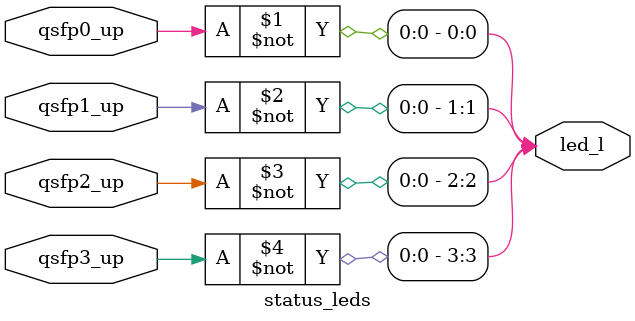
<source format=v>
module status_leds
(
    input qsfp0_up, qsfp1_up, qsfp2_up, qsfp3_up,

    output[3:0] led_l
);

assign led_l  = { ~qsfp3_up, ~qsfp2_up, ~qsfp1_up, ~qsfp0_up};

endmodule
</source>
